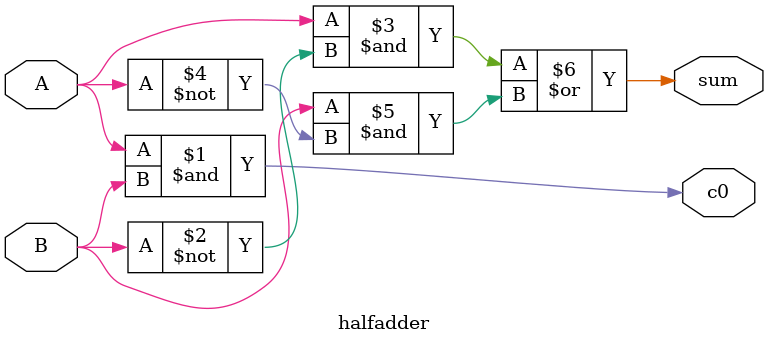
<source format=v>
`timescale 1ns / 1ps
module halfadder(input A , input B ,output c0, output sum
    );
assign c0= { A & B } ;
//a sum b = a xor b = ~a.b U ~b.a
assign sum = { (A & (~ B ) ) | (B & (~ A ) )};

endmodule

</source>
